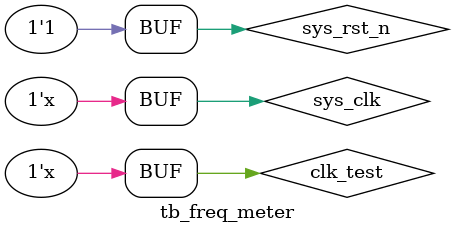
<source format=v>
`timescale  1ns/1ns

module tb_freq_meter();

//********************************************************************//
//****************** Parameter And Internal Signal *******************//
//********************************************************************//
//wire  define
wire    clk_out;

//reg   define
reg             sys_clk     ;
reg             sys_rst_n   ;
reg             clk_test    ;

//********************************************************************//
//***************************** Main Code ****************************//
//********************************************************************//
//时钟、复位、待检测时钟的生成
initial
    begin
        sys_clk     =   1'b1;
        sys_rst_n   <=  1'b0;
        #200
        sys_rst_n  <=  1'b1;
        #500
        clk_test      =   1'b1;
    end

always  #10     sys_clk =   ~sys_clk    ;   //50MHz系统时钟
always  #100    clk_test=   ~clk_test    ;   //5MHz待检测时钟

//重定义软件闸门计数时间,缩短仿真时间
defparam freq_meter_inst.freq_meter_calc_inst.CNT_GATE_S_MAX    = 240   ;
defparam freq_meter_inst.freq_meter_calc_inst.CNT_RISE_MAX      = 40    ;

//********************************************************************//
//*************************** Instantiation **************************//
//********************************************************************//
//------------- freq_meter_inst -------------
freq_meter  freq_meter_inst
(
    .sys_clk     (sys_clk   ),   //系统时钟,频率50MHz
    .sys_rst_n   (sys_rst_n ),   //复位信号,低电平有效
    .clk_test    (clk_test  ),   //待检测时钟

    .clk_out     (clk_out   )    //生成的待检测时钟

);

endmodule

</source>
